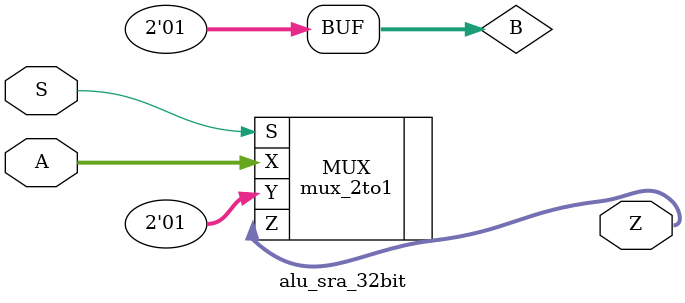
<source format=v>
`timescale 1ns / 1ps
`default_nettype none
module alu_sra_32bit(A, S, Z);

    	parameter N = 2;

	//port definitions

	input wire [(N-1):0] A;
	input wire S;
    	output wire [(N-1):0] Z;
    	wire [(N-1):0] B;

    	assign B[N-1:0] = 32'd1;
    
	mux_2to1 #(.N(N)) MUX (.X(A), .Y(B), .S(S), .Z(Z));
endmodule
`default_nettype wire

</source>
